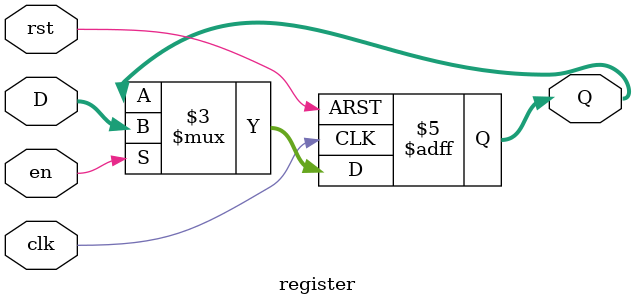
<source format=sv>

module register
#(
parameter WIDTH = 8 
)
(
input logic [WIDTH-1: 0] D,         //D input ot the register
input logic en,                     // enable. Assert high to load D into the register
input logic clk, rst,               //clock and reset. Assert rest high to clear the register 
output logic [WIDTH-1:0] Q          //Q output from the register 
);


//if enable is high the register will get the current value of D. 
//Enable is asserted by the FSM which updates the unable value upon comparision from the comparter 
//Otherwise, Q remains its current value as the current maximum value
    always_ff @(posedge clk or posedge rst) 
    begin 
        if (rst)
            Q <= 0; 
        else if (en)
            Q <= D; 
        else 
            Q <= Q; 
    end

endmodule: register
</source>
